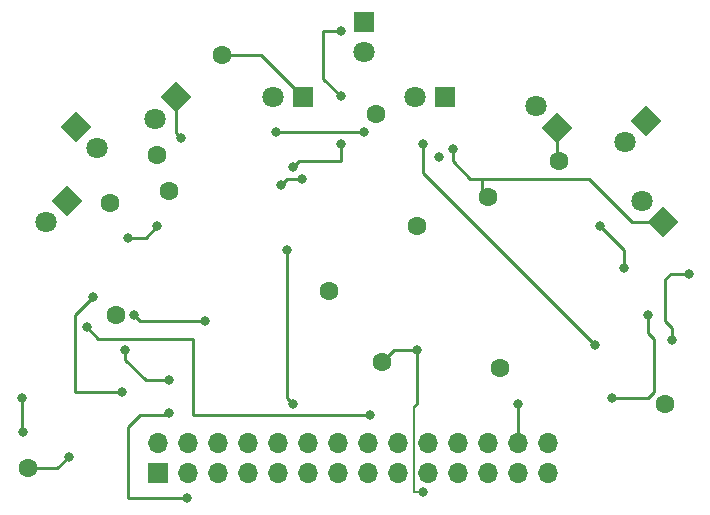
<source format=gbr>
%TF.GenerationSoftware,KiCad,Pcbnew,(6.0.4)*%
%TF.CreationDate,2024-03-24T21:34:19+02:00*%
%TF.ProjectId,KiCad Design IR Sensor,4b694361-6420-4446-9573-69676e204952,rev?*%
%TF.SameCoordinates,Original*%
%TF.FileFunction,Copper,L2,Bot*%
%TF.FilePolarity,Positive*%
%FSLAX46Y46*%
G04 Gerber Fmt 4.6, Leading zero omitted, Abs format (unit mm)*
G04 Created by KiCad (PCBNEW (6.0.4)) date 2024-03-24 21:34:19*
%MOMM*%
%LPD*%
G01*
G04 APERTURE LIST*
G04 Aperture macros list*
%AMRotRect*
0 Rectangle, with rotation*
0 The origin of the aperture is its center*
0 $1 length*
0 $2 width*
0 $3 Rotation angle, in degrees counterclockwise*
0 Add horizontal line*
21,1,$1,$2,0,0,$3*%
G04 Aperture macros list end*
%TA.AperFunction,ComponentPad*%
%ADD10C,1.800000*%
%TD*%
%TA.AperFunction,ComponentPad*%
%ADD11RotRect,1.800000X1.800000X225.000000*%
%TD*%
%TA.AperFunction,ComponentPad*%
%ADD12RotRect,1.800000X1.800000X135.000000*%
%TD*%
%TA.AperFunction,ComponentPad*%
%ADD13R,1.800000X1.800000*%
%TD*%
%TA.AperFunction,ComponentPad*%
%ADD14RotRect,1.800000X1.800000X315.000000*%
%TD*%
%TA.AperFunction,ComponentPad*%
%ADD15R,1.700000X1.700000*%
%TD*%
%TA.AperFunction,ComponentPad*%
%ADD16O,1.700000X1.700000*%
%TD*%
%TA.AperFunction,ViaPad*%
%ADD17C,1.600000*%
%TD*%
%TA.AperFunction,ViaPad*%
%ADD18C,0.800000*%
%TD*%
%TA.AperFunction,Conductor*%
%ADD19C,0.250000*%
%TD*%
%TA.AperFunction,Conductor*%
%ADD20C,0.200000*%
%TD*%
G04 APERTURE END LIST*
D10*
%TO.P,D9,2,A*%
%TO.N,+BATT*%
X124279438Y-77871540D03*
D11*
%TO.P,D9,1,K*%
%TO.N,Net-(D9-Pad1)*%
X126075489Y-76075489D03*
%TD*%
D10*
%TO.P,D5,2,A*%
%TO.N,+BATT*%
X115074214Y-86634282D03*
D11*
%TO.P,D5,1,K*%
%TO.N,Net-(D5-Pad1)*%
X116870265Y-84838231D03*
%TD*%
D12*
%TO.P,D6,1,K*%
%TO.N,Net-(D6-Pad1)*%
X167312748Y-86641353D03*
D10*
%TO.P,D6,2,A*%
%TO.N,+BATT*%
X165516697Y-84845302D03*
%TD*%
D12*
%TO.P,D3,1,K*%
%TO.N,Net-(D3-Pad1)*%
X158312748Y-78641353D03*
D10*
%TO.P,D3,2,A*%
%TO.N,+BATT*%
X156516697Y-76845302D03*
%TD*%
D13*
%TO.P,D4,1,K*%
%TO.N,Net-(D4-Pad1)*%
X136850489Y-76050489D03*
D10*
%TO.P,D4,2,A*%
%TO.N,+BATT*%
X134310489Y-76050489D03*
%TD*%
D13*
%TO.P,D8,1,K*%
%TO.N,Net-(D8-Pad1)*%
X148850489Y-76050489D03*
D10*
%TO.P,D8,2,A*%
%TO.N,+BATT*%
X146310489Y-76050489D03*
%TD*%
D11*
%TO.P,D7,1,K*%
%TO.N,+BATT*%
X165901561Y-78098439D03*
D10*
%TO.P,D7,2,A*%
%TO.N,V_out_right*%
X164105510Y-79894490D03*
%TD*%
%TO.P,D2,2,A*%
%TO.N,V_out_mid*%
X142000000Y-72265000D03*
D13*
%TO.P,D2,1,K*%
%TO.N,+BATT*%
X142000000Y-69725000D03*
%TD*%
D14*
%TO.P,D1,1,K*%
%TO.N,+BATT*%
X117598439Y-78598439D03*
D10*
%TO.P,D1,2,A*%
%TO.N,V_out_left*%
X119394490Y-80394490D03*
%TD*%
D15*
%TO.P,J1,1,Pin_1*%
%TO.N,unconnected-(J1-Pad1)*%
X124575489Y-107850489D03*
D16*
%TO.P,J1,2,Pin_2*%
%TO.N,unconnected-(J1-Pad2)*%
X124575489Y-105310489D03*
%TO.P,J1,3,Pin_3*%
%TO.N,GND*%
X127115489Y-107850489D03*
%TO.P,J1,4,Pin_4*%
%TO.N,+BATT*%
X127115489Y-105310489D03*
%TO.P,J1,5,Pin_5*%
%TO.N,V_out_left*%
X129655489Y-107850489D03*
%TO.P,J1,6,Pin_6*%
%TO.N,unconnected-(J1-Pad6)*%
X129655489Y-105310489D03*
%TO.P,J1,7,Pin_7*%
%TO.N,unconnected-(J1-Pad7)*%
X132195489Y-107850489D03*
%TO.P,J1,8,Pin_8*%
%TO.N,unconnected-(J1-Pad8)*%
X132195489Y-105310489D03*
%TO.P,J1,9,Pin_9*%
%TO.N,GND*%
X134735489Y-107850489D03*
%TO.P,J1,10,Pin_10*%
%TO.N,unconnected-(J1-Pad10)*%
X134735489Y-105310489D03*
%TO.P,J1,11,Pin_11*%
%TO.N,V_out_mid*%
X137275489Y-107850489D03*
%TO.P,J1,12,Pin_12*%
%TO.N,unconnected-(J1-Pad12)*%
X137275489Y-105310489D03*
%TO.P,J1,13,Pin_13*%
%TO.N,unconnected-(J1-Pad13)*%
X139815489Y-107850489D03*
%TO.P,J1,14,Pin_14*%
%TO.N,unconnected-(J1-Pad14)*%
X139815489Y-105310489D03*
%TO.P,J1,15,Pin_15*%
%TO.N,GND*%
X142355489Y-107850489D03*
%TO.P,J1,16,Pin_16*%
%TO.N,PWM*%
X142355489Y-105310489D03*
%TO.P,J1,17,Pin_17*%
%TO.N,unconnected-(J1-Pad17)*%
X144895489Y-107850489D03*
%TO.P,J1,18,Pin_18*%
%TO.N,unconnected-(J1-Pad18)*%
X144895489Y-105310489D03*
%TO.P,J1,19,Pin_19*%
%TO.N,V_out_right*%
X147435489Y-107850489D03*
%TO.P,J1,20,Pin_20*%
%TO.N,unconnected-(J1-Pad20)*%
X147435489Y-105310489D03*
%TO.P,J1,21,Pin_21*%
%TO.N,GND*%
X149975489Y-107850489D03*
%TO.P,J1,22,Pin_22*%
%TO.N,unconnected-(J1-Pad22)*%
X149975489Y-105310489D03*
%TO.P,J1,23,Pin_23*%
%TO.N,unconnected-(J1-Pad23)*%
X152515489Y-107850489D03*
%TO.P,J1,24,Pin_24*%
%TO.N,unconnected-(J1-Pad24)*%
X152515489Y-105310489D03*
%TO.P,J1,25,Pin_25*%
%TO.N,unconnected-(J1-Pad25)*%
X155055489Y-107850489D03*
%TO.P,J1,26,Pin_26*%
%TO.N,+BATT*%
X155055489Y-105310489D03*
%TO.P,J1,27,Pin_27*%
%TO.N,GND*%
X157595489Y-107850489D03*
%TO.P,J1,28,Pin_28*%
%TO.N,unconnected-(J1-Pad28)*%
X157595489Y-105310489D03*
%TD*%
D17*
%TO.N,Net-(D4-Pad1)*%
X130000000Y-72500000D03*
%TO.N,Net-(D8-Pad1)*%
X143000000Y-77500000D03*
%TO.N,Net-(D6-Pad1)*%
X152500000Y-84500000D03*
%TO.N,Net-(D3-Pad1)*%
X158500000Y-81500000D03*
%TO.N,Net-(JP7-Pad2)*%
X146500000Y-87000000D03*
%TO.N,Net-(JP14-Pad2)*%
X167500000Y-102000000D03*
%TO.N,Net-(JP10-Pad1)*%
X153500000Y-99000000D03*
%TO.N,V_out_right*%
X143500000Y-98500000D03*
%TO.N,V_out_mid*%
X139000000Y-92500000D03*
%TO.N,Net-(D9-Pad1)*%
X124500000Y-81000000D03*
%TO.N,Net-(JP6-Pad2)*%
X113500000Y-107500000D03*
D18*
X117000000Y-106500000D03*
D17*
%TO.N,Net-(D5-Pad1)*%
X120500000Y-85000000D03*
%TO.N,Net-(JP1-Pad2)*%
X121000000Y-94500000D03*
%TO.N,V_out_left*%
X125500000Y-84000000D03*
D18*
%TO.N,GND*%
X163000000Y-101500000D03*
X166000000Y-94500000D03*
X135000000Y-83500000D03*
X136724500Y-83000000D03*
X125500000Y-102775500D03*
X127000000Y-110000000D03*
X125500000Y-100000000D03*
X121775500Y-97500000D03*
%TO.N,V_out_right*%
X146500000Y-97500000D03*
X147000000Y-109500000D03*
%TO.N,V_out_mid*%
X136000000Y-102000000D03*
X135500000Y-89000000D03*
X140000000Y-70500000D03*
X140000000Y-80000000D03*
X140000000Y-76000000D03*
X136000000Y-82000000D03*
%TO.N,Net-(JP11-Pad2)*%
X169500000Y-91000000D03*
%TO.N,Net-(JP10-Pad1)*%
X162000000Y-87000000D03*
%TO.N,Net-(Q2-Pad3)*%
X147000000Y-80000000D03*
%TO.N,Net-(D6-Pad1)*%
X149500000Y-80420020D03*
%TO.N,Net-(Q2-Pad3)*%
X161512299Y-97012299D03*
%TO.N,Net-(Q1-Pad3)*%
X119000000Y-93000000D03*
%TO.N,Net-(D9-Pad1)*%
X126500000Y-79500000D03*
%TO.N,Net-(Q2-Pad3)*%
X142000000Y-79000000D03*
X134500000Y-79000000D03*
%TO.N,Net-(Q1-Pad3)*%
X121500000Y-101000000D03*
%TO.N,Net-(JP11-Pad2)*%
X168065474Y-96593534D03*
%TO.N,Net-(Q2-Pad3)*%
X148355480Y-81144520D03*
%TO.N,Net-(JP4-Pad2)*%
X113087500Y-104412500D03*
X113000000Y-101500000D03*
%TO.N,Net-(JP10-Pad1)*%
X164000000Y-90500000D03*
%TO.N,+BATT*%
X155000000Y-102000000D03*
%TO.N,PWM*%
X142500000Y-103000000D03*
X118500000Y-95500000D03*
%TO.N,Net-(Q1-Pad3)*%
X122000000Y-88000000D03*
X124500000Y-87000000D03*
%TO.N,V_out_left*%
X128500000Y-95000000D03*
X122500000Y-94500000D03*
%TD*%
D19*
%TO.N,V_out_mid*%
X140000000Y-70500000D02*
X138500000Y-70500000D01*
X138500000Y-70500000D02*
X138500000Y-74500000D01*
X138500000Y-74500000D02*
X140000000Y-76000000D01*
D20*
%TO.N,V_out_right*%
X146260978Y-109500000D02*
X147000000Y-109500000D01*
X146260978Y-102239022D02*
X146260978Y-109500000D01*
D19*
%TO.N,Net-(D4-Pad1)*%
X130000000Y-72500000D02*
X133300000Y-72500000D01*
X133300000Y-72500000D02*
X136850489Y-76050489D01*
%TO.N,Net-(D6-Pad1)*%
X152000000Y-84000000D02*
X152500000Y-84500000D01*
X152000000Y-83000000D02*
X151000000Y-83000000D01*
X152000000Y-83000000D02*
X152000000Y-84000000D01*
X161000000Y-83000000D02*
X152000000Y-83000000D01*
%TO.N,Net-(D3-Pad1)*%
X158312748Y-81312748D02*
X158500000Y-81500000D01*
X158312748Y-78641353D02*
X158312748Y-81312748D01*
%TO.N,V_out_right*%
X144500000Y-97500000D02*
X146500000Y-97500000D01*
X143500000Y-98500000D02*
X144500000Y-97500000D01*
%TO.N,Net-(JP6-Pad2)*%
X116000000Y-107500000D02*
X113500000Y-107500000D01*
X117000000Y-106500000D02*
X116000000Y-107500000D01*
%TO.N,GND*%
X166000000Y-96000000D02*
X166500000Y-96500000D01*
X166000000Y-101500000D02*
X163000000Y-101500000D01*
X166000000Y-94500000D02*
X166000000Y-96000000D01*
X166500000Y-96500000D02*
X166500000Y-101000000D01*
X166500000Y-101000000D02*
X166000000Y-101500000D01*
X135500000Y-83000000D02*
X135000000Y-83500000D01*
X136724500Y-83000000D02*
X135500000Y-83000000D01*
X122000000Y-110000000D02*
X127000000Y-110000000D01*
X123000000Y-103000000D02*
X122000000Y-104000000D01*
X125224968Y-103000000D02*
X123000000Y-103000000D01*
X125449468Y-102775500D02*
X125224968Y-103000000D01*
X125500000Y-102775500D02*
X125449468Y-102775500D01*
X122000000Y-104000000D02*
X122000000Y-110000000D01*
X121775500Y-97500000D02*
X121775500Y-98275500D01*
X121775500Y-98275500D02*
X123500000Y-100000000D01*
X123500000Y-100000000D02*
X125500000Y-100000000D01*
%TO.N,V_out_right*%
X146500000Y-97500000D02*
X146500000Y-102000000D01*
X146500000Y-102000000D02*
X146260978Y-102239022D01*
%TO.N,V_out_mid*%
X135500000Y-101500000D02*
X136000000Y-102000000D01*
X135500000Y-89000000D02*
X135500000Y-101500000D01*
X140000000Y-81500000D02*
X140000000Y-80000000D01*
X136500000Y-81500000D02*
X140000000Y-81500000D01*
X136000000Y-82000000D02*
X136500000Y-81500000D01*
%TO.N,Net-(JP10-Pad1)*%
X164000000Y-89000000D02*
X162000000Y-87000000D01*
X164000000Y-90500000D02*
X164000000Y-89000000D01*
%TO.N,Net-(Q2-Pad3)*%
X147000000Y-80000000D02*
X147000000Y-82500000D01*
X147000000Y-82500000D02*
X161512299Y-97012299D01*
%TO.N,Net-(D6-Pad1)*%
X149500000Y-80500000D02*
X149500000Y-80420020D01*
X149500000Y-81500000D02*
X149500000Y-80500000D01*
X151000000Y-83000000D02*
X149500000Y-81500000D01*
%TO.N,Net-(Q1-Pad3)*%
X117500000Y-94500000D02*
X119000000Y-93000000D01*
X117500000Y-101000000D02*
X117500000Y-94500000D01*
%TO.N,Net-(D9-Pad1)*%
X126075489Y-79075489D02*
X126500000Y-79500000D01*
%TO.N,Net-(Q2-Pad3)*%
X142000000Y-79000000D02*
X134500000Y-79000000D01*
%TO.N,Net-(Q1-Pad3)*%
X121500000Y-101000000D02*
X117500000Y-101000000D01*
%TO.N,Net-(JP11-Pad2)*%
X168000000Y-91000000D02*
X169500000Y-91000000D01*
X167500000Y-91500000D02*
X168000000Y-91000000D01*
X167500000Y-95000000D02*
X167500000Y-91500000D01*
X168065474Y-96593534D02*
X168065474Y-95565474D01*
X168065474Y-95565474D02*
X167500000Y-95000000D01*
%TO.N,Net-(JP4-Pad2)*%
X113000000Y-104325000D02*
X113087500Y-104412500D01*
X113000000Y-101500000D02*
X113000000Y-104325000D01*
%TO.N,Net-(D6-Pad1)*%
X164641353Y-86641353D02*
X161000000Y-83000000D01*
X167312748Y-86641353D02*
X164641353Y-86641353D01*
%TO.N,+BATT*%
X155055489Y-102055489D02*
X155055489Y-105310489D01*
X155000000Y-102000000D02*
X155055489Y-102055489D01*
%TO.N,PWM*%
X127500000Y-103000000D02*
X142500000Y-103000000D01*
X127500000Y-96500000D02*
X127500000Y-103000000D01*
X118500000Y-95500000D02*
X119500000Y-96500000D01*
X119500000Y-96500000D02*
X127500000Y-96500000D01*
%TO.N,Net-(Q1-Pad3)*%
X123500000Y-88000000D02*
X124500000Y-87000000D01*
X122000000Y-88000000D02*
X123500000Y-88000000D01*
%TO.N,V_out_left*%
X123000000Y-95000000D02*
X122500000Y-94500000D01*
X128500000Y-95000000D02*
X123000000Y-95000000D01*
%TO.N,Net-(D9-Pad1)*%
X126075489Y-76075489D02*
X126075489Y-79075489D01*
%TD*%
M02*

</source>
